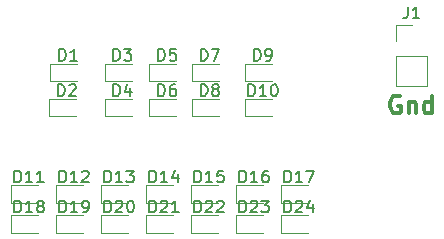
<source format=gbr>
%TF.GenerationSoftware,KiCad,Pcbnew,(6.0.2)*%
%TF.CreationDate,2022-03-09T19:45:25-08:00*%
%TF.ProjectId,IFLFU-test-back,49464c46-552d-4746-9573-742d6261636b,rev?*%
%TF.SameCoordinates,Original*%
%TF.FileFunction,Legend,Top*%
%TF.FilePolarity,Positive*%
%FSLAX46Y46*%
G04 Gerber Fmt 4.6, Leading zero omitted, Abs format (unit mm)*
G04 Created by KiCad (PCBNEW (6.0.2)) date 2022-03-09 19:45:25*
%MOMM*%
%LPD*%
G01*
G04 APERTURE LIST*
%ADD10C,0.300000*%
%ADD11C,0.150000*%
%ADD12C,0.120000*%
G04 APERTURE END LIST*
D10*
X58235714Y-27450000D02*
X58092857Y-27378571D01*
X57878571Y-27378571D01*
X57664285Y-27450000D01*
X57521428Y-27592857D01*
X57450000Y-27735714D01*
X57378571Y-28021428D01*
X57378571Y-28235714D01*
X57450000Y-28521428D01*
X57521428Y-28664285D01*
X57664285Y-28807142D01*
X57878571Y-28878571D01*
X58021428Y-28878571D01*
X58235714Y-28807142D01*
X58307142Y-28735714D01*
X58307142Y-28235714D01*
X58021428Y-28235714D01*
X58950000Y-27878571D02*
X58950000Y-28878571D01*
X58950000Y-28021428D02*
X59021428Y-27950000D01*
X59164285Y-27878571D01*
X59378571Y-27878571D01*
X59521428Y-27950000D01*
X59592857Y-28092857D01*
X59592857Y-28878571D01*
X60950000Y-28878571D02*
X60950000Y-27378571D01*
X60950000Y-28807142D02*
X60807142Y-28878571D01*
X60521428Y-28878571D01*
X60378571Y-28807142D01*
X60307142Y-28735714D01*
X60235714Y-28592857D01*
X60235714Y-28164285D01*
X60307142Y-28021428D01*
X60378571Y-27950000D01*
X60521428Y-27878571D01*
X60807142Y-27878571D01*
X60950000Y-27950000D01*
D11*
%TO.C,D24*%
X48445714Y-37262380D02*
X48445714Y-36262380D01*
X48683809Y-36262380D01*
X48826666Y-36310000D01*
X48921904Y-36405238D01*
X48969523Y-36500476D01*
X49017142Y-36690952D01*
X49017142Y-36833809D01*
X48969523Y-37024285D01*
X48921904Y-37119523D01*
X48826666Y-37214761D01*
X48683809Y-37262380D01*
X48445714Y-37262380D01*
X49398095Y-36357619D02*
X49445714Y-36310000D01*
X49540952Y-36262380D01*
X49779047Y-36262380D01*
X49874285Y-36310000D01*
X49921904Y-36357619D01*
X49969523Y-36452857D01*
X49969523Y-36548095D01*
X49921904Y-36690952D01*
X49350476Y-37262380D01*
X49969523Y-37262380D01*
X50826666Y-36595714D02*
X50826666Y-37262380D01*
X50588571Y-36214761D02*
X50350476Y-36929047D01*
X50969523Y-36929047D01*
%TO.C,D23*%
X44635714Y-37262380D02*
X44635714Y-36262380D01*
X44873809Y-36262380D01*
X45016666Y-36310000D01*
X45111904Y-36405238D01*
X45159523Y-36500476D01*
X45207142Y-36690952D01*
X45207142Y-36833809D01*
X45159523Y-37024285D01*
X45111904Y-37119523D01*
X45016666Y-37214761D01*
X44873809Y-37262380D01*
X44635714Y-37262380D01*
X45588095Y-36357619D02*
X45635714Y-36310000D01*
X45730952Y-36262380D01*
X45969047Y-36262380D01*
X46064285Y-36310000D01*
X46111904Y-36357619D01*
X46159523Y-36452857D01*
X46159523Y-36548095D01*
X46111904Y-36690952D01*
X45540476Y-37262380D01*
X46159523Y-37262380D01*
X46492857Y-36262380D02*
X47111904Y-36262380D01*
X46778571Y-36643333D01*
X46921428Y-36643333D01*
X47016666Y-36690952D01*
X47064285Y-36738571D01*
X47111904Y-36833809D01*
X47111904Y-37071904D01*
X47064285Y-37167142D01*
X47016666Y-37214761D01*
X46921428Y-37262380D01*
X46635714Y-37262380D01*
X46540476Y-37214761D01*
X46492857Y-37167142D01*
%TO.C,D22*%
X40825714Y-37262380D02*
X40825714Y-36262380D01*
X41063809Y-36262380D01*
X41206666Y-36310000D01*
X41301904Y-36405238D01*
X41349523Y-36500476D01*
X41397142Y-36690952D01*
X41397142Y-36833809D01*
X41349523Y-37024285D01*
X41301904Y-37119523D01*
X41206666Y-37214761D01*
X41063809Y-37262380D01*
X40825714Y-37262380D01*
X41778095Y-36357619D02*
X41825714Y-36310000D01*
X41920952Y-36262380D01*
X42159047Y-36262380D01*
X42254285Y-36310000D01*
X42301904Y-36357619D01*
X42349523Y-36452857D01*
X42349523Y-36548095D01*
X42301904Y-36690952D01*
X41730476Y-37262380D01*
X42349523Y-37262380D01*
X42730476Y-36357619D02*
X42778095Y-36310000D01*
X42873333Y-36262380D01*
X43111428Y-36262380D01*
X43206666Y-36310000D01*
X43254285Y-36357619D01*
X43301904Y-36452857D01*
X43301904Y-36548095D01*
X43254285Y-36690952D01*
X42682857Y-37262380D01*
X43301904Y-37262380D01*
%TO.C,D21*%
X37015714Y-37262380D02*
X37015714Y-36262380D01*
X37253809Y-36262380D01*
X37396666Y-36310000D01*
X37491904Y-36405238D01*
X37539523Y-36500476D01*
X37587142Y-36690952D01*
X37587142Y-36833809D01*
X37539523Y-37024285D01*
X37491904Y-37119523D01*
X37396666Y-37214761D01*
X37253809Y-37262380D01*
X37015714Y-37262380D01*
X37968095Y-36357619D02*
X38015714Y-36310000D01*
X38110952Y-36262380D01*
X38349047Y-36262380D01*
X38444285Y-36310000D01*
X38491904Y-36357619D01*
X38539523Y-36452857D01*
X38539523Y-36548095D01*
X38491904Y-36690952D01*
X37920476Y-37262380D01*
X38539523Y-37262380D01*
X39491904Y-37262380D02*
X38920476Y-37262380D01*
X39206190Y-37262380D02*
X39206190Y-36262380D01*
X39110952Y-36405238D01*
X39015714Y-36500476D01*
X38920476Y-36548095D01*
%TO.C,D20*%
X33205714Y-37262380D02*
X33205714Y-36262380D01*
X33443809Y-36262380D01*
X33586666Y-36310000D01*
X33681904Y-36405238D01*
X33729523Y-36500476D01*
X33777142Y-36690952D01*
X33777142Y-36833809D01*
X33729523Y-37024285D01*
X33681904Y-37119523D01*
X33586666Y-37214761D01*
X33443809Y-37262380D01*
X33205714Y-37262380D01*
X34158095Y-36357619D02*
X34205714Y-36310000D01*
X34300952Y-36262380D01*
X34539047Y-36262380D01*
X34634285Y-36310000D01*
X34681904Y-36357619D01*
X34729523Y-36452857D01*
X34729523Y-36548095D01*
X34681904Y-36690952D01*
X34110476Y-37262380D01*
X34729523Y-37262380D01*
X35348571Y-36262380D02*
X35443809Y-36262380D01*
X35539047Y-36310000D01*
X35586666Y-36357619D01*
X35634285Y-36452857D01*
X35681904Y-36643333D01*
X35681904Y-36881428D01*
X35634285Y-37071904D01*
X35586666Y-37167142D01*
X35539047Y-37214761D01*
X35443809Y-37262380D01*
X35348571Y-37262380D01*
X35253333Y-37214761D01*
X35205714Y-37167142D01*
X35158095Y-37071904D01*
X35110476Y-36881428D01*
X35110476Y-36643333D01*
X35158095Y-36452857D01*
X35205714Y-36357619D01*
X35253333Y-36310000D01*
X35348571Y-36262380D01*
%TO.C,D19*%
X29395714Y-37262380D02*
X29395714Y-36262380D01*
X29633809Y-36262380D01*
X29776666Y-36310000D01*
X29871904Y-36405238D01*
X29919523Y-36500476D01*
X29967142Y-36690952D01*
X29967142Y-36833809D01*
X29919523Y-37024285D01*
X29871904Y-37119523D01*
X29776666Y-37214761D01*
X29633809Y-37262380D01*
X29395714Y-37262380D01*
X30919523Y-37262380D02*
X30348095Y-37262380D01*
X30633809Y-37262380D02*
X30633809Y-36262380D01*
X30538571Y-36405238D01*
X30443333Y-36500476D01*
X30348095Y-36548095D01*
X31395714Y-37262380D02*
X31586190Y-37262380D01*
X31681428Y-37214761D01*
X31729047Y-37167142D01*
X31824285Y-37024285D01*
X31871904Y-36833809D01*
X31871904Y-36452857D01*
X31824285Y-36357619D01*
X31776666Y-36310000D01*
X31681428Y-36262380D01*
X31490952Y-36262380D01*
X31395714Y-36310000D01*
X31348095Y-36357619D01*
X31300476Y-36452857D01*
X31300476Y-36690952D01*
X31348095Y-36786190D01*
X31395714Y-36833809D01*
X31490952Y-36881428D01*
X31681428Y-36881428D01*
X31776666Y-36833809D01*
X31824285Y-36786190D01*
X31871904Y-36690952D01*
%TO.C,D18*%
X25585714Y-37262380D02*
X25585714Y-36262380D01*
X25823809Y-36262380D01*
X25966666Y-36310000D01*
X26061904Y-36405238D01*
X26109523Y-36500476D01*
X26157142Y-36690952D01*
X26157142Y-36833809D01*
X26109523Y-37024285D01*
X26061904Y-37119523D01*
X25966666Y-37214761D01*
X25823809Y-37262380D01*
X25585714Y-37262380D01*
X27109523Y-37262380D02*
X26538095Y-37262380D01*
X26823809Y-37262380D02*
X26823809Y-36262380D01*
X26728571Y-36405238D01*
X26633333Y-36500476D01*
X26538095Y-36548095D01*
X27680952Y-36690952D02*
X27585714Y-36643333D01*
X27538095Y-36595714D01*
X27490476Y-36500476D01*
X27490476Y-36452857D01*
X27538095Y-36357619D01*
X27585714Y-36310000D01*
X27680952Y-36262380D01*
X27871428Y-36262380D01*
X27966666Y-36310000D01*
X28014285Y-36357619D01*
X28061904Y-36452857D01*
X28061904Y-36500476D01*
X28014285Y-36595714D01*
X27966666Y-36643333D01*
X27871428Y-36690952D01*
X27680952Y-36690952D01*
X27585714Y-36738571D01*
X27538095Y-36786190D01*
X27490476Y-36881428D01*
X27490476Y-37071904D01*
X27538095Y-37167142D01*
X27585714Y-37214761D01*
X27680952Y-37262380D01*
X27871428Y-37262380D01*
X27966666Y-37214761D01*
X28014285Y-37167142D01*
X28061904Y-37071904D01*
X28061904Y-36881428D01*
X28014285Y-36786190D01*
X27966666Y-36738571D01*
X27871428Y-36690952D01*
%TO.C,D17*%
X48445714Y-34722380D02*
X48445714Y-33722380D01*
X48683809Y-33722380D01*
X48826666Y-33770000D01*
X48921904Y-33865238D01*
X48969523Y-33960476D01*
X49017142Y-34150952D01*
X49017142Y-34293809D01*
X48969523Y-34484285D01*
X48921904Y-34579523D01*
X48826666Y-34674761D01*
X48683809Y-34722380D01*
X48445714Y-34722380D01*
X49969523Y-34722380D02*
X49398095Y-34722380D01*
X49683809Y-34722380D02*
X49683809Y-33722380D01*
X49588571Y-33865238D01*
X49493333Y-33960476D01*
X49398095Y-34008095D01*
X50302857Y-33722380D02*
X50969523Y-33722380D01*
X50540952Y-34722380D01*
%TO.C,D16*%
X44635714Y-34722380D02*
X44635714Y-33722380D01*
X44873809Y-33722380D01*
X45016666Y-33770000D01*
X45111904Y-33865238D01*
X45159523Y-33960476D01*
X45207142Y-34150952D01*
X45207142Y-34293809D01*
X45159523Y-34484285D01*
X45111904Y-34579523D01*
X45016666Y-34674761D01*
X44873809Y-34722380D01*
X44635714Y-34722380D01*
X46159523Y-34722380D02*
X45588095Y-34722380D01*
X45873809Y-34722380D02*
X45873809Y-33722380D01*
X45778571Y-33865238D01*
X45683333Y-33960476D01*
X45588095Y-34008095D01*
X47016666Y-33722380D02*
X46826190Y-33722380D01*
X46730952Y-33770000D01*
X46683333Y-33817619D01*
X46588095Y-33960476D01*
X46540476Y-34150952D01*
X46540476Y-34531904D01*
X46588095Y-34627142D01*
X46635714Y-34674761D01*
X46730952Y-34722380D01*
X46921428Y-34722380D01*
X47016666Y-34674761D01*
X47064285Y-34627142D01*
X47111904Y-34531904D01*
X47111904Y-34293809D01*
X47064285Y-34198571D01*
X47016666Y-34150952D01*
X46921428Y-34103333D01*
X46730952Y-34103333D01*
X46635714Y-34150952D01*
X46588095Y-34198571D01*
X46540476Y-34293809D01*
%TO.C,D15*%
X40825714Y-34722380D02*
X40825714Y-33722380D01*
X41063809Y-33722380D01*
X41206666Y-33770000D01*
X41301904Y-33865238D01*
X41349523Y-33960476D01*
X41397142Y-34150952D01*
X41397142Y-34293809D01*
X41349523Y-34484285D01*
X41301904Y-34579523D01*
X41206666Y-34674761D01*
X41063809Y-34722380D01*
X40825714Y-34722380D01*
X42349523Y-34722380D02*
X41778095Y-34722380D01*
X42063809Y-34722380D02*
X42063809Y-33722380D01*
X41968571Y-33865238D01*
X41873333Y-33960476D01*
X41778095Y-34008095D01*
X43254285Y-33722380D02*
X42778095Y-33722380D01*
X42730476Y-34198571D01*
X42778095Y-34150952D01*
X42873333Y-34103333D01*
X43111428Y-34103333D01*
X43206666Y-34150952D01*
X43254285Y-34198571D01*
X43301904Y-34293809D01*
X43301904Y-34531904D01*
X43254285Y-34627142D01*
X43206666Y-34674761D01*
X43111428Y-34722380D01*
X42873333Y-34722380D01*
X42778095Y-34674761D01*
X42730476Y-34627142D01*
%TO.C,D14*%
X37015714Y-34722380D02*
X37015714Y-33722380D01*
X37253809Y-33722380D01*
X37396666Y-33770000D01*
X37491904Y-33865238D01*
X37539523Y-33960476D01*
X37587142Y-34150952D01*
X37587142Y-34293809D01*
X37539523Y-34484285D01*
X37491904Y-34579523D01*
X37396666Y-34674761D01*
X37253809Y-34722380D01*
X37015714Y-34722380D01*
X38539523Y-34722380D02*
X37968095Y-34722380D01*
X38253809Y-34722380D02*
X38253809Y-33722380D01*
X38158571Y-33865238D01*
X38063333Y-33960476D01*
X37968095Y-34008095D01*
X39396666Y-34055714D02*
X39396666Y-34722380D01*
X39158571Y-33674761D02*
X38920476Y-34389047D01*
X39539523Y-34389047D01*
%TO.C,D13*%
X33205714Y-34722380D02*
X33205714Y-33722380D01*
X33443809Y-33722380D01*
X33586666Y-33770000D01*
X33681904Y-33865238D01*
X33729523Y-33960476D01*
X33777142Y-34150952D01*
X33777142Y-34293809D01*
X33729523Y-34484285D01*
X33681904Y-34579523D01*
X33586666Y-34674761D01*
X33443809Y-34722380D01*
X33205714Y-34722380D01*
X34729523Y-34722380D02*
X34158095Y-34722380D01*
X34443809Y-34722380D02*
X34443809Y-33722380D01*
X34348571Y-33865238D01*
X34253333Y-33960476D01*
X34158095Y-34008095D01*
X35062857Y-33722380D02*
X35681904Y-33722380D01*
X35348571Y-34103333D01*
X35491428Y-34103333D01*
X35586666Y-34150952D01*
X35634285Y-34198571D01*
X35681904Y-34293809D01*
X35681904Y-34531904D01*
X35634285Y-34627142D01*
X35586666Y-34674761D01*
X35491428Y-34722380D01*
X35205714Y-34722380D01*
X35110476Y-34674761D01*
X35062857Y-34627142D01*
%TO.C,D12*%
X29395714Y-34722380D02*
X29395714Y-33722380D01*
X29633809Y-33722380D01*
X29776666Y-33770000D01*
X29871904Y-33865238D01*
X29919523Y-33960476D01*
X29967142Y-34150952D01*
X29967142Y-34293809D01*
X29919523Y-34484285D01*
X29871904Y-34579523D01*
X29776666Y-34674761D01*
X29633809Y-34722380D01*
X29395714Y-34722380D01*
X30919523Y-34722380D02*
X30348095Y-34722380D01*
X30633809Y-34722380D02*
X30633809Y-33722380D01*
X30538571Y-33865238D01*
X30443333Y-33960476D01*
X30348095Y-34008095D01*
X31300476Y-33817619D02*
X31348095Y-33770000D01*
X31443333Y-33722380D01*
X31681428Y-33722380D01*
X31776666Y-33770000D01*
X31824285Y-33817619D01*
X31871904Y-33912857D01*
X31871904Y-34008095D01*
X31824285Y-34150952D01*
X31252857Y-34722380D01*
X31871904Y-34722380D01*
%TO.C,D11*%
X25585714Y-34722380D02*
X25585714Y-33722380D01*
X25823809Y-33722380D01*
X25966666Y-33770000D01*
X26061904Y-33865238D01*
X26109523Y-33960476D01*
X26157142Y-34150952D01*
X26157142Y-34293809D01*
X26109523Y-34484285D01*
X26061904Y-34579523D01*
X25966666Y-34674761D01*
X25823809Y-34722380D01*
X25585714Y-34722380D01*
X27109523Y-34722380D02*
X26538095Y-34722380D01*
X26823809Y-34722380D02*
X26823809Y-33722380D01*
X26728571Y-33865238D01*
X26633333Y-33960476D01*
X26538095Y-34008095D01*
X28061904Y-34722380D02*
X27490476Y-34722380D01*
X27776190Y-34722380D02*
X27776190Y-33722380D01*
X27680952Y-33865238D01*
X27585714Y-33960476D01*
X27490476Y-34008095D01*
%TO.C,J1*%
X58866666Y-19847380D02*
X58866666Y-20561666D01*
X58819047Y-20704523D01*
X58723809Y-20799761D01*
X58580952Y-20847380D01*
X58485714Y-20847380D01*
X59866666Y-20847380D02*
X59295238Y-20847380D01*
X59580952Y-20847380D02*
X59580952Y-19847380D01*
X59485714Y-19990238D01*
X59390476Y-20085476D01*
X59295238Y-20133095D01*
%TO.C,D10*%
X45385714Y-27422380D02*
X45385714Y-26422380D01*
X45623809Y-26422380D01*
X45766666Y-26470000D01*
X45861904Y-26565238D01*
X45909523Y-26660476D01*
X45957142Y-26850952D01*
X45957142Y-26993809D01*
X45909523Y-27184285D01*
X45861904Y-27279523D01*
X45766666Y-27374761D01*
X45623809Y-27422380D01*
X45385714Y-27422380D01*
X46909523Y-27422380D02*
X46338095Y-27422380D01*
X46623809Y-27422380D02*
X46623809Y-26422380D01*
X46528571Y-26565238D01*
X46433333Y-26660476D01*
X46338095Y-26708095D01*
X47528571Y-26422380D02*
X47623809Y-26422380D01*
X47719047Y-26470000D01*
X47766666Y-26517619D01*
X47814285Y-26612857D01*
X47861904Y-26803333D01*
X47861904Y-27041428D01*
X47814285Y-27231904D01*
X47766666Y-27327142D01*
X47719047Y-27374761D01*
X47623809Y-27422380D01*
X47528571Y-27422380D01*
X47433333Y-27374761D01*
X47385714Y-27327142D01*
X47338095Y-27231904D01*
X47290476Y-27041428D01*
X47290476Y-26803333D01*
X47338095Y-26612857D01*
X47385714Y-26517619D01*
X47433333Y-26470000D01*
X47528571Y-26422380D01*
%TO.C,D9*%
X45861904Y-24422380D02*
X45861904Y-23422380D01*
X46100000Y-23422380D01*
X46242857Y-23470000D01*
X46338095Y-23565238D01*
X46385714Y-23660476D01*
X46433333Y-23850952D01*
X46433333Y-23993809D01*
X46385714Y-24184285D01*
X46338095Y-24279523D01*
X46242857Y-24374761D01*
X46100000Y-24422380D01*
X45861904Y-24422380D01*
X46909523Y-24422380D02*
X47100000Y-24422380D01*
X47195238Y-24374761D01*
X47242857Y-24327142D01*
X47338095Y-24184285D01*
X47385714Y-23993809D01*
X47385714Y-23612857D01*
X47338095Y-23517619D01*
X47290476Y-23470000D01*
X47195238Y-23422380D01*
X47004761Y-23422380D01*
X46909523Y-23470000D01*
X46861904Y-23517619D01*
X46814285Y-23612857D01*
X46814285Y-23850952D01*
X46861904Y-23946190D01*
X46909523Y-23993809D01*
X47004761Y-24041428D01*
X47195238Y-24041428D01*
X47290476Y-23993809D01*
X47338095Y-23946190D01*
X47385714Y-23850952D01*
%TO.C,D8*%
X41361904Y-27422380D02*
X41361904Y-26422380D01*
X41600000Y-26422380D01*
X41742857Y-26470000D01*
X41838095Y-26565238D01*
X41885714Y-26660476D01*
X41933333Y-26850952D01*
X41933333Y-26993809D01*
X41885714Y-27184285D01*
X41838095Y-27279523D01*
X41742857Y-27374761D01*
X41600000Y-27422380D01*
X41361904Y-27422380D01*
X42504761Y-26850952D02*
X42409523Y-26803333D01*
X42361904Y-26755714D01*
X42314285Y-26660476D01*
X42314285Y-26612857D01*
X42361904Y-26517619D01*
X42409523Y-26470000D01*
X42504761Y-26422380D01*
X42695238Y-26422380D01*
X42790476Y-26470000D01*
X42838095Y-26517619D01*
X42885714Y-26612857D01*
X42885714Y-26660476D01*
X42838095Y-26755714D01*
X42790476Y-26803333D01*
X42695238Y-26850952D01*
X42504761Y-26850952D01*
X42409523Y-26898571D01*
X42361904Y-26946190D01*
X42314285Y-27041428D01*
X42314285Y-27231904D01*
X42361904Y-27327142D01*
X42409523Y-27374761D01*
X42504761Y-27422380D01*
X42695238Y-27422380D01*
X42790476Y-27374761D01*
X42838095Y-27327142D01*
X42885714Y-27231904D01*
X42885714Y-27041428D01*
X42838095Y-26946190D01*
X42790476Y-26898571D01*
X42695238Y-26850952D01*
%TO.C,D7*%
X41361904Y-24422380D02*
X41361904Y-23422380D01*
X41600000Y-23422380D01*
X41742857Y-23470000D01*
X41838095Y-23565238D01*
X41885714Y-23660476D01*
X41933333Y-23850952D01*
X41933333Y-23993809D01*
X41885714Y-24184285D01*
X41838095Y-24279523D01*
X41742857Y-24374761D01*
X41600000Y-24422380D01*
X41361904Y-24422380D01*
X42266666Y-23422380D02*
X42933333Y-23422380D01*
X42504761Y-24422380D01*
%TO.C,D6*%
X37761904Y-27422380D02*
X37761904Y-26422380D01*
X38000000Y-26422380D01*
X38142857Y-26470000D01*
X38238095Y-26565238D01*
X38285714Y-26660476D01*
X38333333Y-26850952D01*
X38333333Y-26993809D01*
X38285714Y-27184285D01*
X38238095Y-27279523D01*
X38142857Y-27374761D01*
X38000000Y-27422380D01*
X37761904Y-27422380D01*
X39190476Y-26422380D02*
X39000000Y-26422380D01*
X38904761Y-26470000D01*
X38857142Y-26517619D01*
X38761904Y-26660476D01*
X38714285Y-26850952D01*
X38714285Y-27231904D01*
X38761904Y-27327142D01*
X38809523Y-27374761D01*
X38904761Y-27422380D01*
X39095238Y-27422380D01*
X39190476Y-27374761D01*
X39238095Y-27327142D01*
X39285714Y-27231904D01*
X39285714Y-26993809D01*
X39238095Y-26898571D01*
X39190476Y-26850952D01*
X39095238Y-26803333D01*
X38904761Y-26803333D01*
X38809523Y-26850952D01*
X38761904Y-26898571D01*
X38714285Y-26993809D01*
%TO.C,D5*%
X37761904Y-24422380D02*
X37761904Y-23422380D01*
X38000000Y-23422380D01*
X38142857Y-23470000D01*
X38238095Y-23565238D01*
X38285714Y-23660476D01*
X38333333Y-23850952D01*
X38333333Y-23993809D01*
X38285714Y-24184285D01*
X38238095Y-24279523D01*
X38142857Y-24374761D01*
X38000000Y-24422380D01*
X37761904Y-24422380D01*
X39238095Y-23422380D02*
X38761904Y-23422380D01*
X38714285Y-23898571D01*
X38761904Y-23850952D01*
X38857142Y-23803333D01*
X39095238Y-23803333D01*
X39190476Y-23850952D01*
X39238095Y-23898571D01*
X39285714Y-23993809D01*
X39285714Y-24231904D01*
X39238095Y-24327142D01*
X39190476Y-24374761D01*
X39095238Y-24422380D01*
X38857142Y-24422380D01*
X38761904Y-24374761D01*
X38714285Y-24327142D01*
%TO.C,D4*%
X33961904Y-27422380D02*
X33961904Y-26422380D01*
X34200000Y-26422380D01*
X34342857Y-26470000D01*
X34438095Y-26565238D01*
X34485714Y-26660476D01*
X34533333Y-26850952D01*
X34533333Y-26993809D01*
X34485714Y-27184285D01*
X34438095Y-27279523D01*
X34342857Y-27374761D01*
X34200000Y-27422380D01*
X33961904Y-27422380D01*
X35390476Y-26755714D02*
X35390476Y-27422380D01*
X35152380Y-26374761D02*
X34914285Y-27089047D01*
X35533333Y-27089047D01*
%TO.C,D3*%
X33961904Y-24422380D02*
X33961904Y-23422380D01*
X34200000Y-23422380D01*
X34342857Y-23470000D01*
X34438095Y-23565238D01*
X34485714Y-23660476D01*
X34533333Y-23850952D01*
X34533333Y-23993809D01*
X34485714Y-24184285D01*
X34438095Y-24279523D01*
X34342857Y-24374761D01*
X34200000Y-24422380D01*
X33961904Y-24422380D01*
X34866666Y-23422380D02*
X35485714Y-23422380D01*
X35152380Y-23803333D01*
X35295238Y-23803333D01*
X35390476Y-23850952D01*
X35438095Y-23898571D01*
X35485714Y-23993809D01*
X35485714Y-24231904D01*
X35438095Y-24327142D01*
X35390476Y-24374761D01*
X35295238Y-24422380D01*
X35009523Y-24422380D01*
X34914285Y-24374761D01*
X34866666Y-24327142D01*
%TO.C,D2*%
X29261904Y-27422380D02*
X29261904Y-26422380D01*
X29500000Y-26422380D01*
X29642857Y-26470000D01*
X29738095Y-26565238D01*
X29785714Y-26660476D01*
X29833333Y-26850952D01*
X29833333Y-26993809D01*
X29785714Y-27184285D01*
X29738095Y-27279523D01*
X29642857Y-27374761D01*
X29500000Y-27422380D01*
X29261904Y-27422380D01*
X30214285Y-26517619D02*
X30261904Y-26470000D01*
X30357142Y-26422380D01*
X30595238Y-26422380D01*
X30690476Y-26470000D01*
X30738095Y-26517619D01*
X30785714Y-26612857D01*
X30785714Y-26708095D01*
X30738095Y-26850952D01*
X30166666Y-27422380D01*
X30785714Y-27422380D01*
%TO.C,D1*%
X29361904Y-24422380D02*
X29361904Y-23422380D01*
X29600000Y-23422380D01*
X29742857Y-23470000D01*
X29838095Y-23565238D01*
X29885714Y-23660476D01*
X29933333Y-23850952D01*
X29933333Y-23993809D01*
X29885714Y-24184285D01*
X29838095Y-24279523D01*
X29742857Y-24374761D01*
X29600000Y-24422380D01*
X29361904Y-24422380D01*
X30885714Y-24422380D02*
X30314285Y-24422380D01*
X30600000Y-24422380D02*
X30600000Y-23422380D01*
X30504761Y-23565238D01*
X30409523Y-23660476D01*
X30314285Y-23708095D01*
D12*
%TO.C,D24*%
X50460000Y-37505000D02*
X48175000Y-37505000D01*
X48175000Y-37505000D02*
X48175000Y-38975000D01*
X48175000Y-38975000D02*
X50460000Y-38975000D01*
%TO.C,D23*%
X46650000Y-37505000D02*
X44365000Y-37505000D01*
X44365000Y-37505000D02*
X44365000Y-38975000D01*
X44365000Y-38975000D02*
X46650000Y-38975000D01*
%TO.C,D22*%
X42840000Y-37505000D02*
X40555000Y-37505000D01*
X40555000Y-37505000D02*
X40555000Y-38975000D01*
X40555000Y-38975000D02*
X42840000Y-38975000D01*
%TO.C,D21*%
X39030000Y-37505000D02*
X36745000Y-37505000D01*
X36745000Y-37505000D02*
X36745000Y-38975000D01*
X36745000Y-38975000D02*
X39030000Y-38975000D01*
%TO.C,D20*%
X35220000Y-37505000D02*
X32935000Y-37505000D01*
X32935000Y-37505000D02*
X32935000Y-38975000D01*
X32935000Y-38975000D02*
X35220000Y-38975000D01*
%TO.C,D19*%
X31410000Y-37505000D02*
X29125000Y-37505000D01*
X29125000Y-37505000D02*
X29125000Y-38975000D01*
X29125000Y-38975000D02*
X31410000Y-38975000D01*
%TO.C,D18*%
X27600000Y-37505000D02*
X25315000Y-37505000D01*
X25315000Y-37505000D02*
X25315000Y-38975000D01*
X25315000Y-38975000D02*
X27600000Y-38975000D01*
%TO.C,D17*%
X50460000Y-34965000D02*
X48175000Y-34965000D01*
X48175000Y-34965000D02*
X48175000Y-36435000D01*
X48175000Y-36435000D02*
X50460000Y-36435000D01*
%TO.C,D16*%
X46650000Y-34965000D02*
X44365000Y-34965000D01*
X44365000Y-34965000D02*
X44365000Y-36435000D01*
X44365000Y-36435000D02*
X46650000Y-36435000D01*
%TO.C,D15*%
X42840000Y-34965000D02*
X40555000Y-34965000D01*
X40555000Y-34965000D02*
X40555000Y-36435000D01*
X40555000Y-36435000D02*
X42840000Y-36435000D01*
%TO.C,D14*%
X39030000Y-34965000D02*
X36745000Y-34965000D01*
X36745000Y-34965000D02*
X36745000Y-36435000D01*
X36745000Y-36435000D02*
X39030000Y-36435000D01*
%TO.C,D13*%
X35220000Y-34965000D02*
X32935000Y-34965000D01*
X32935000Y-34965000D02*
X32935000Y-36435000D01*
X32935000Y-36435000D02*
X35220000Y-36435000D01*
%TO.C,D12*%
X31410000Y-34965000D02*
X29125000Y-34965000D01*
X29125000Y-34965000D02*
X29125000Y-36435000D01*
X29125000Y-36435000D02*
X31410000Y-36435000D01*
%TO.C,D11*%
X27600000Y-34965000D02*
X25315000Y-34965000D01*
X25315000Y-34965000D02*
X25315000Y-36435000D01*
X25315000Y-36435000D02*
X27600000Y-36435000D01*
%TO.C,J1*%
X57870000Y-22725000D02*
X57870000Y-21395000D01*
X57870000Y-26595000D02*
X60530000Y-26595000D01*
X57870000Y-23995000D02*
X57870000Y-26595000D01*
X57870000Y-23995000D02*
X60530000Y-23995000D01*
X57870000Y-21395000D02*
X59200000Y-21395000D01*
X60530000Y-23995000D02*
X60530000Y-26595000D01*
%TO.C,D10*%
X45115000Y-29135000D02*
X47400000Y-29135000D01*
X45115000Y-27665000D02*
X45115000Y-29135000D01*
X47400000Y-27665000D02*
X45115000Y-27665000D01*
%TO.C,D9*%
X45115000Y-26135000D02*
X47400000Y-26135000D01*
X45115000Y-24665000D02*
X45115000Y-26135000D01*
X47400000Y-24665000D02*
X45115000Y-24665000D01*
%TO.C,D8*%
X40615000Y-29135000D02*
X42900000Y-29135000D01*
X40615000Y-27665000D02*
X40615000Y-29135000D01*
X42900000Y-27665000D02*
X40615000Y-27665000D01*
%TO.C,D7*%
X40615000Y-26135000D02*
X42900000Y-26135000D01*
X40615000Y-24665000D02*
X40615000Y-26135000D01*
X42900000Y-24665000D02*
X40615000Y-24665000D01*
%TO.C,D6*%
X37015000Y-29135000D02*
X39300000Y-29135000D01*
X37015000Y-27665000D02*
X37015000Y-29135000D01*
X39300000Y-27665000D02*
X37015000Y-27665000D01*
%TO.C,D5*%
X37015000Y-26135000D02*
X39300000Y-26135000D01*
X37015000Y-24665000D02*
X37015000Y-26135000D01*
X39300000Y-24665000D02*
X37015000Y-24665000D01*
%TO.C,D4*%
X35500000Y-27665000D02*
X33215000Y-27665000D01*
X33215000Y-27665000D02*
X33215000Y-29135000D01*
X33215000Y-29135000D02*
X35500000Y-29135000D01*
%TO.C,D3*%
X33215000Y-26135000D02*
X35500000Y-26135000D01*
X33215000Y-24665000D02*
X33215000Y-26135000D01*
X35500000Y-24665000D02*
X33215000Y-24665000D01*
%TO.C,D2*%
X28515000Y-29135000D02*
X30800000Y-29135000D01*
X28515000Y-27665000D02*
X28515000Y-29135000D01*
X30800000Y-27665000D02*
X28515000Y-27665000D01*
%TO.C,D1*%
X28615000Y-26135000D02*
X30900000Y-26135000D01*
X28615000Y-24665000D02*
X28615000Y-26135000D01*
X30900000Y-24665000D02*
X28615000Y-24665000D01*
%TD*%
M02*

</source>
